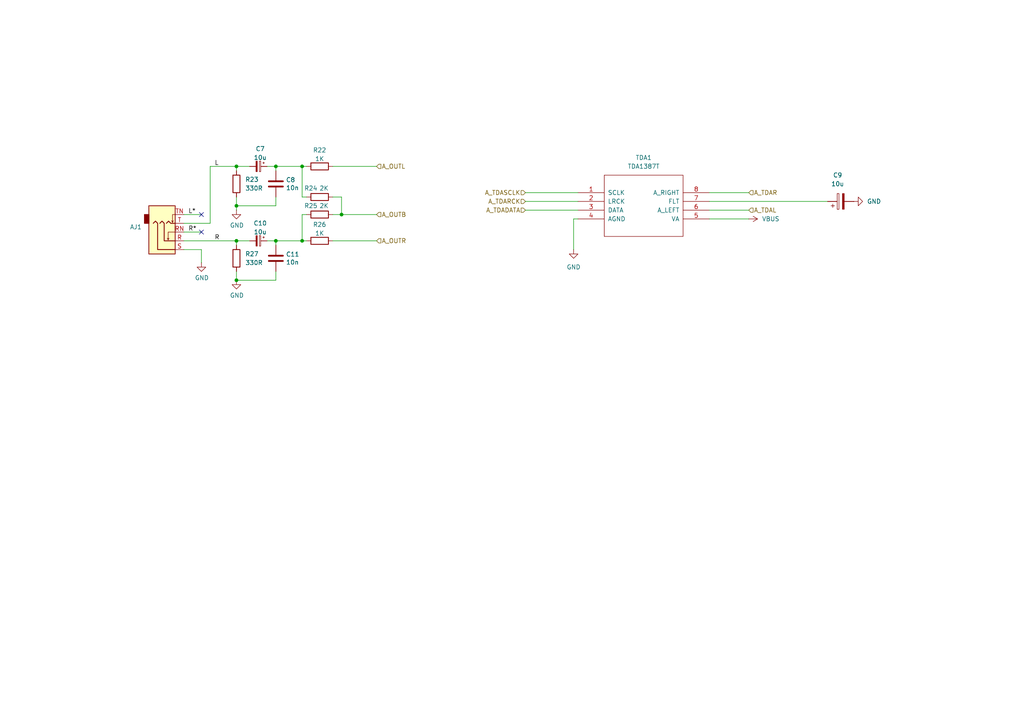
<source format=kicad_sch>
(kicad_sch (version 20231120) (generator "eeschema") (generator_version "8.0")
  (paper "A4")
  (title_block (title "FRANK M2") (date "2025-02-19") (rev "2.1") (company "Mikhail Matveev") (comment 1 "https://github.com/xtremespb/frank"))
  (lib_symbols
    (symbol "Device:C" (pin_numbers hide) (pin_names (offset 0.254))
      (property "Reference" "C" (at 0.635 2.54 0))
      (property "Value" "C" (at 0.635 -2.54 0))
      (symbol "C_0_1"
        (polyline (pts (xy -2.032 -0.762) (xy 2.032 -0.762)) (stroke (width 0.508)))
        (polyline (pts (xy -2.032 0.762) (xy 2.032 0.762)) (stroke (width 0.508)))
      )
      (symbol "C_1_1"
        (pin passive line (at 0 3.81 270) (length 2.794) (name "~") (number "1"))
        (pin passive line (at 0 -3.81 90) (length 2.794) (name "~") (number "2"))
      )
    )
    (symbol "Device:C_Polarized" (pin_numbers hide) (pin_names (offset 0.254))
      (property "Reference" "C" (at 0.635 2.54 0))
      (property "Value" "C_Polarized" (at 0.635 -2.54 0))
      (symbol "C_Polarized_0_1"
        (rectangle (start -2.286 0.508) (end 2.286 1.016))
        (polyline (pts (xy -1.778 2.286) (xy -0.762 2.286)))
        (polyline (pts (xy -1.27 2.794) (xy -1.27 1.778)))
        (rectangle (start 2.286 -0.508) (end -2.286 -1.016) (fill (type outline)))
      )
      (symbol "C_Polarized_1_1"
        (pin passive line (at 0 3.81 270) (length 2.794) (name "~") (number "1"))
        (pin passive line (at 0 -3.81 90) (length 2.794) (name "~") (number "2"))
      )
    )
    (symbol "Device:C_Polarized_Small" (pin_numbers hide) (pin_names (offset 0.254) hide)
      (property "Reference" "C" (at 0.254 1.778 0))
      (property "Value" "C_Polarized_Small" (at 0.254 -2.032 0))
      (symbol "C_Polarized_Small_0_1"
        (rectangle (start -1.524 -0.3048) (end 1.524 -0.6858) (fill (type outline)))
        (rectangle (start -1.524 0.6858) (end 1.524 0.3048))
        (polyline (pts (xy -1.27 1.524) (xy -0.762 1.524)))
        (polyline (pts (xy -1.016 1.27) (xy -1.016 1.778)))
      )
      (symbol "C_Polarized_Small_1_1"
        (pin passive line (at 0 2.54 270) (length 1.8542) (name "~") (number "1"))
        (pin passive line (at 0 -2.54 90) (length 1.8542) (name "~") (number "2"))
      )
    )
    (symbol "Device:R" (pin_numbers hide) (pin_names (offset 0))
      (property "Reference" "R" (at 2.032 0 90))
      (property "Value" "R" (at 0 0 90))
      (symbol "R_0_1"
        (rectangle (start -1.016 -2.54) (end 1.016 2.54) (stroke (width 0.254)))
      )
      (symbol "R_1_1"
        (pin passive line (at 0 3.81 270) (length 1.27) (name "~") (number "1"))
        (pin passive line (at 0 -3.81 90) (length 1.27) (name "~") (number "2"))
      )
    )
    (symbol "FRANK:AudioJack_3.5mm"
      (property "Reference" "AJ2" (at -7.1119 -4.0097 0))
      (symbol "AudioJack_3.5mm_0_1"
        (rectangle (start -5.08 -5.08) (end -6.35 -7.62) (stroke (width 0.254)) (fill (type outline)))
        (polyline (pts (xy 0.508 -0.254) (xy 0.762 -0.762)))
        (polyline (pts (xy 1.778 -5.334) (xy 2.032 -5.842)))
        (polyline (pts (xy 0 -5.08) (xy 0.635 -5.715) (xy 1.27 -5.08) (xy 2.54 -5.08)) (stroke (width 0.254)))
        (polyline (pts (xy 2.54 -7.62) (xy 1.778 -7.62) (xy 1.778 -5.334) (xy 1.524 -5.842)))
        (polyline (pts (xy 2.54 -2.54) (xy 0.508 -2.54) (xy 0.508 -0.254) (xy 0.254 -0.762)))
        (polyline (pts (xy -1.905 -5.08) (xy -1.27 -5.715) (xy -0.635 -5.08) (xy -0.635 0) (xy 2.54 0)) (stroke (width 0.254)))
        (polyline (pts (xy 2.54 2.54) (xy -2.54 2.54) (xy -2.54 -5.08) (xy -3.175 -5.715) (xy -3.81 -5.08)) (stroke (width 0.254)))
        (rectangle (start 2.54 3.81) (end -5.08 -10.16) (stroke (width 0.254)) (fill (type background)))
      )
      (symbol "AudioJack_3.5mm_1_1"
        (pin passive line (at 5.08 0 180) (length 2.54) (name "~") (number "R"))
        (pin passive line (at 5.08 -2.54 180) (length 2.54) (name "~") (number "RN"))
        (pin passive line (at 5.08 2.54 180) (length 2.54) (name "~") (number "S"))
        (pin passive line (at 5.08 -5.08 180) (length 2.54) (name "~") (number "T"))
        (pin passive line (at 5.08 -7.62 180) (length 2.54) (name "~") (number "TN"))
      )
    )
    (symbol "FRANK:TDA1387T" (pin_names (offset 1.016))
      (property "Reference" "TDA1" (at 0 13.97 0))
      (property "Value" "TDA1387T" (at 0 11.43 0))
      (symbol "TDA1387T_1_0"
        (rectangle (start -11.43 -8.89) (end 11.43 8.89))
      )
      (symbol "TDA1387T_1_1"
        (pin input line (at -19.05 3.81 0) (length 7.62) (name "SCLK") (number "1"))
        (pin input line (at -19.05 1.27 0) (length 7.62) (name "LRCK") (number "2"))
        (pin input line (at -19.05 -1.27 0) (length 7.62) (name "DATA") (number "3"))
        (pin input line (at -19.05 -3.81 0) (length 7.62) (name "AGND") (number "4"))
        (pin input line (at 19.05 -3.81 180) (length 7.62) (name "VA") (number "5"))
        (pin input line (at 19.05 -1.27 180) (length 7.62) (name "A_LEFT") (number "6"))
        (pin input line (at 19.05 1.27 180) (length 7.62) (name "FLT") (number "7"))
        (pin input line (at 19.05 3.81 180) (length 7.62) (name "A_RIGHT") (number "8"))
      )
    )
    (symbol "GND_1" (power) (pin_numbers hide) (pin_names (offset 0) hide)
      (property "Value" "GND" (at 0 -3.81 0))
      (symbol "GND_1_0_1"
        (polyline (pts (xy 0 0) (xy 0 -1.27) (xy 1.27 -1.27) (xy 0 -2.54) (xy -1.27 -1.27) (xy 0 -1.27)))
      )
      (symbol "GND_1_1_1"
        (pin power_in line (at 0 0 270) (length 0) (name "~") (number "1"))
      )
    )
    (symbol "GND_2" (power) (pin_numbers hide) (pin_names (offset 0) hide)
      (property "Value" "GND" (at 0 -3.81 0))
      (symbol "GND_2_0_1"
        (polyline (pts (xy 0 0) (xy 0 -1.27) (xy 1.27 -1.27) (xy 0 -2.54) (xy -1.27 -1.27) (xy 0 -1.27)))
      )
      (symbol "GND_2_1_1"
        (pin power_in line (at 0 0 270) (length 0) (name "~") (number "1"))
      )
    )
    (symbol "GND_3" (power) (pin_numbers hide) (pin_names (offset 0) hide)
      (property "Value" "GND" (at 0 -3.81 0))
      (symbol "GND_3_0_1"
        (polyline (pts (xy 0 0) (xy 0 -1.27) (xy 1.27 -1.27) (xy 0 -2.54) (xy -1.27 -1.27) (xy 0 -1.27)))
      )
      (symbol "GND_3_1_1"
        (pin power_in line (at 0 0 270) (length 0) (name "~") (number "1"))
      )
    )
    (symbol "GND_6" (power) (pin_numbers hide) (pin_names (offset 0) hide)
      (property "Value" "GND" (at 0 -3.81 0))
      (symbol "GND_6_0_1"
        (polyline (pts (xy 0 0) (xy 0 -1.27) (xy 1.27 -1.27) (xy 0 -2.54) (xy -1.27 -1.27) (xy 0 -1.27)))
      )
      (symbol "GND_6_1_1"
        (pin power_in line (at 0 0 270) (length 0) (name "~") (number "1"))
      )
    )
    (symbol "power:GND" (power) (pin_numbers hide) (pin_names (offset 0) hide)
      (property "Value" "GND" (at 0 -3.81 0))
      (symbol "GND_0_1"
        (polyline (pts (xy 0 0) (xy 0 -1.27) (xy 1.27 -1.27) (xy 0 -2.54) (xy -1.27 -1.27) (xy 0 -1.27)))
      )
      (symbol "GND_1_1"
        (pin power_in line (at 0 0 270) (length 0) (name "~") (number "1"))
      )
    )
    (symbol "power:VBUS" (power) (pin_numbers hide) (pin_names (offset 0) hide)
      (property "Value" "VBUS" (at 0 3.556 0))
      (symbol "VBUS_0_1"
        (polyline (pts (xy -0.762 1.27) (xy 0 2.54)))
        (polyline (pts (xy 0 0) (xy 0 2.54)))
        (polyline (pts (xy 0 2.54) (xy 0.762 1.27)))
      )
      (symbol "VBUS_1_1"
        (pin power_in line (at 0 0 90) (length 0) (name "~") (number "1"))
      )
    )
  )
  (junction (at 68.58 48.26))
  (junction (at 87.63 69.85))
  (junction (at 68.58 59.69))
  (junction (at 99.06 62.23))
  (junction (at 68.58 81.28))
  (junction (at 80.01 69.85))
  (junction (at 68.58 69.85))
  (junction (at 87.63 48.26))
  (junction (at 80.01 48.26))
  (no_connect (at 58.42 62.23))
  (no_connect (at 58.42 67.31))
  (wire (pts (xy 80.01 69.85) (xy 87.63 69.85)))
  (wire (pts (xy 80.01 69.85) (xy 77.47 69.85)))
  (wire (pts (xy 80.01 48.26) (xy 87.63 48.26)))
  (wire (pts (xy 60.96 48.26) (xy 68.58 48.26)))
  (wire (pts (xy 152.4 55.88) (xy 167.64 55.88)))
  (wire (pts (xy 88.9 62.23) (xy 87.63 62.23)))
  (wire (pts (xy 80.01 81.28) (xy 68.58 81.28)))
  (wire (pts (xy 53.34 72.39) (xy 58.42 72.39)))
  (wire (pts (xy 68.58 57.15) (xy 68.58 59.69)))
  (wire (pts (xy 87.63 69.85) (xy 88.9 69.85)))
  (wire (pts (xy 80.01 59.69) (xy 68.58 59.69)))
  (wire (pts (xy 80.01 48.26) (xy 77.47 48.26)))
  (wire (pts (xy 53.34 64.77) (xy 60.96 64.77)))
  (wire (pts (xy 205.74 60.96) (xy 217.17 60.96)))
  (wire (pts (xy 53.34 69.85) (xy 68.58 69.85)))
  (wire (pts (xy 152.4 60.96) (xy 167.64 60.96)))
  (wire (pts (xy 87.63 48.26) (xy 88.9 48.26)))
  (wire (pts (xy 72.39 69.85) (xy 68.58 69.85)))
  (wire (pts (xy 99.06 62.23) (xy 96.52 62.23)))
  (wire (pts (xy 80.01 49.53) (xy 80.01 48.26)))
  (wire (pts (xy 80.01 57.15) (xy 80.01 59.69)))
  (wire (pts (xy 88.9 57.15) (xy 87.63 57.15)))
  (wire (pts (xy 205.74 63.5) (xy 217.17 63.5)))
  (wire (pts (xy 68.58 48.26) (xy 68.58 49.53)))
  (wire (pts (xy 68.58 59.69) (xy 68.58 60.96)))
  (wire (pts (xy 205.74 55.88) (xy 217.17 55.88)))
  (wire (pts (xy 96.52 48.26) (xy 109.22 48.26)))
  (wire (pts (xy 68.58 69.85) (xy 68.58 71.12)))
  (wire (pts (xy 96.52 57.15) (xy 99.06 57.15)))
  (wire (pts (xy 96.52 69.85) (xy 109.22 69.85)))
  (wire (pts (xy 205.74 58.42) (xy 240.03 58.42)))
  (wire (pts (xy 60.96 48.26) (xy 60.96 64.77)))
  (wire (pts (xy 68.58 78.74) (xy 68.58 81.28)))
  (wire (pts (xy 99.06 62.23) (xy 109.22 62.23)))
  (wire (pts (xy 99.06 57.15) (xy 99.06 62.23)))
  (wire (pts (xy 80.01 78.74) (xy 80.01 81.28)))
  (wire (pts (xy 58.42 72.39) (xy 58.42 76.2)))
  (wire (pts (xy 72.39 48.26) (xy 68.58 48.26)))
  (wire (pts (xy 53.34 67.31) (xy 58.42 67.31)))
  (wire (pts (xy 80.01 71.12) (xy 80.01 69.85)))
  (wire (pts (xy 167.64 63.5) (xy 166.37 63.5)))
  (wire (pts (xy 53.34 62.23) (xy 58.42 62.23)))
  (wire (pts (xy 152.4 58.42) (xy 167.64 58.42)))
  (wire (pts (xy 87.63 62.23) (xy 87.63 69.85)))
  (wire (pts (xy 166.37 63.5) (xy 166.37 72.39)))
  (wire (pts (xy 87.63 48.26) (xy 87.63 57.15)))
  (label "L" (at 62.23 48.26 0))
  (label "R" (at 62.23 69.85 0))
  (label "L*" (at 54.61 62.23 0))
  (label "R*" (at 54.61 67.31 0))
  (hierarchical_label "A_OUTL" (shape input) (at 109.22 48.26 0))
  (hierarchical_label "A_OUTB" (shape input) (at 109.22 62.23 0))
  (hierarchical_label "A_TDAL" (shape input) (at 217.17 60.96 0))
  (hierarchical_label "A_TDASCLK" (shape input) (at 152.4 55.88 180))
  (hierarchical_label "A_TDAR" (shape input) (at 217.17 55.88 0))
  (hierarchical_label "A_TDARCK" (shape input) (at 152.4 58.42 180))
  (hierarchical_label "A_OUTR" (shape input) (at 109.22 69.85 0))
  (hierarchical_label "A_TDADATA" (shape input) (at 152.4 60.96 180))
  (symbol (lib_id "power:GND") (at 166.37 72.39 0) (unit 1)
    (property "Reference" "#PWR047" (effects (hide yes)))
    (property "Value" "GND" (at 166.37 77.47 0))
    (property "Description" "Power symbol creates a global label with name \"GND\" , ground" (effects (hide yes)))
  )
  (symbol (lib_id "Device:R") (at 92.71 57.15 90) (unit 1)
    (property "Reference" "R24" (at 90.17 54.61 90))
    (property "Value" "2K" (at 93.98 54.61 90))
    (property "Footprint" "FRANK:Resistor (0805)" (effects (hide yes)))
    (property "Datasheet" "https://www.vishay.com/docs/28952/mcs0402at-mct0603at-mcu0805at-mca1206at.pdf" (effects (hide yes)))
    (property "AliExpress" "https://www.aliexpress.com/item/1005005945735199.html" (effects (hide yes)))
  )
  (symbol (lib_id "Device:C_Polarized_Small") (at 74.93 69.85 270) (unit 1)
    (property "Reference" "C10" (at 75.4761 64.7532 90))
    (property "Value" "10u" (at 75.4761 67.2901 90))
    (property "Footprint" "FRANK:Capacitor (3528, tantalum, polar)" (effects (hide yes)))
    (property "Datasheet" "https://eu.mouser.com/datasheet/2/447/KEM_T2005_T491-3316937.pdf" (effects (hide yes)))
    (property "AliExpress" "https://www.aliexpress.com/item/1005006870280809.html" (effects (hide yes)))
  )
  (symbol (lib_id "Device:C_Polarized") (at 243.84 58.42 90) (unit 1)
    (property "Reference" "C9" (at 242.951 50.8 90))
    (property "Value" "10u" (at 242.951 53.34 90))
    (property "Footprint" "FRANK:Capacitor (3528, tantalum, polar)" (effects (hide yes)))
    (property "Datasheet" "https://eu.mouser.com/datasheet/2/447/KEM_T2005_T491-3316937.pdf" (effects (hide yes)))
    (property "Description" "Polarized capacitor" (effects (hide yes)))
    (property "AliExpress" "https://www.aliexpress.com/item/1005006870280809.html" (effects (hide yes)))
  )
  (symbol (lib_id "Device:R") (at 92.71 69.85 90) (unit 1)
    (property "Reference" "R26" (at 92.71 65.1342 90))
    (property "Value" "1K" (at 92.71 67.6711 90))
    (property "Footprint" "FRANK:Resistor (0805)" (effects (hide yes)))
    (property "Datasheet" "https://www.vishay.com/docs/28952/mcs0402at-mct0603at-mcu0805at-mca1206at.pdf" (effects (hide yes)))
    (property "AliExpress" "https://www.aliexpress.com/item/1005005945735199.html" (effects (hide yes)))
  )
  (symbol (lib_id "Device:R") (at 68.58 74.93 0) (unit 1)
    (property "Reference" "R27" (at 71.12 73.6599 0) (effects (justify left)))
    (property "Value" "330R" (at 71.12 76.1999 0) (effects (justify left)))
    (property "Footprint" "FRANK:Resistor (0805)" (effects (hide yes)))
    (property "Datasheet" "https://www.vishay.com/docs/28952/mcs0402at-mct0603at-mcu0805at-mca1206at.pdf" (effects (hide yes)))
    (property "AliExpress" "https://www.aliexpress.com/item/1005005945735199.html" (effects (hide yes)))
  )
  (symbol (lib_id "Device:R") (at 92.71 62.23 90) (unit 1)
    (property "Reference" "R25" (at 90.17 59.69 90))
    (property "Value" "2K" (at 93.98 59.69 90))
    (property "Footprint" "FRANK:Resistor (0805)" (effects (hide yes)))
    (property "Datasheet" "https://www.vishay.com/docs/28952/mcs0402at-mct0603at-mcu0805at-mca1206at.pdf" (effects (hide yes)))
    (property "AliExpress" "https://www.aliexpress.com/item/1005005945735199.html" (effects (hide yes)))
  )
  (symbol (lib_name "GND_3") (lib_id "power:GND") (at 68.58 60.96 0) (unit 1)
    (property "Reference" "#PWR045" (effects (hide yes)))
    (property "Value" "GND" (at 68.707 65.3542 0))
    (property "Description" "Power symbol creates a global label with name \"GND\" , ground" (effects (hide yes)))
  )
  (symbol (lib_id "Device:R") (at 92.71 48.26 90) (unit 1)
    (property "Reference" "R22" (at 92.71 43.5442 90))
    (property "Value" "1K" (at 92.71 46.0811 90))
    (property "Footprint" "FRANK:Resistor (0805)" (effects (hide yes)))
    (property "Datasheet" "https://www.vishay.com/docs/28952/mcs0402at-mct0603at-mcu0805at-mca1206at.pdf" (effects (hide yes)))
    (property "AliExpress" "https://www.aliexpress.com/item/1005005945735199.html" (effects (hide yes)))
  )
  (symbol (lib_id "FRANK:TDA1387T") (at 186.69 59.69 0) (unit 1)
    (property "Reference" "TDA1" (at 186.69 45.72 0))
    (property "Value" "TDA1387T" (at 186.69 48.26 0))
    (property "Footprint" "FRANK:SOIC-8" (effects (hide yes)))
    (property "Datasheet" "https://github.com/xtremespb/frank/raw/refs/heads/minifrank_rev2/DOCS/TDA1387T.pdf" (effects (hide yes)))
    (property "AliExpress" "https://www.aliexpress.com/item/32995595000.html" (effects (hide yes)))
  )
  (symbol (lib_name "GND_6") (lib_id "power:GND") (at 247.65 58.42 90) (unit 1)
    (property "Reference" "#PWR044" (effects (hide yes)))
    (property "Value" "GND" (at 251.46 58.4199 90) (effects (justify right)))
    (property "Description" "Power symbol creates a global label with name \"GND\" , ground" (effects (hide yes)))
  )
  (symbol (lib_id "FRANK:AudioJack_3.5mm") (at 48.26 69.85 0) (mirror x) (unit 1)
    (property "Reference" "AJ1" (at 41.1481 65.8403 0) (effects (justify right)))
    (property "Value" "SJ1-353XNG" (effects (hide yes)))
    (property "Footprint" "FRANK:Jack (3.5mm)" (effects (hide yes)))
    (property "Datasheet" "https://eu.mouser.com/datasheet/2/1628/sj1_353xng-3511142.pdf" (effects (hide yes)))
    (property "AliExpress" "https://www.aliexpress.com/item/1005006710837751.html" (effects (hide yes)))
  )
  (symbol (lib_id "power:VBUS") (at 217.17 63.5 270) (unit 1)
    (property "Reference" "#PWR046" (effects (hide yes)))
    (property "Value" "VBUS" (at 220.98 63.4999 90) (effects (justify left)))
    (property "Description" "Power symbol creates a global label with name \"VBUS\"" (effects (hide yes)))
  )
  (symbol (lib_id "Device:C") (at 80.01 74.93 0) (unit 1)
    (property "Reference" "C11" (at 82.931 73.7616 0) (effects (justify left)))
    (property "Value" "10n" (at 82.931 76.073 0) (effects (justify left)))
    (property "Footprint" "FRANK:Capacitor (0805)" (effects (hide yes)))
    (property "Datasheet" "https://eu.mouser.com/datasheet/2/40/KGM_X7R-3223212.pdf" (effects (hide yes)))
    (property "AliExpress" "https://www.aliexpress.com/item/33008008276.html" (effects (hide yes)))
  )
  (symbol (lib_id "Device:C") (at 80.01 53.34 0) (unit 1)
    (property "Reference" "C8" (at 82.931 52.1716 0) (effects (justify left)))
    (property "Value" "10n" (at 82.931 54.483 0) (effects (justify left)))
    (property "Footprint" "FRANK:Capacitor (0805)" (effects (hide yes)))
    (property "Datasheet" "https://eu.mouser.com/datasheet/2/40/KGM_X7R-3223212.pdf" (effects (hide yes)))
    (property "AliExpress" "https://www.aliexpress.com/item/33008008276.html" (effects (hide yes)))
  )
  (symbol (lib_id "Device:C_Polarized_Small") (at 74.93 48.26 270) (unit 1)
    (property "Reference" "C7" (at 75.4761 43.1632 90))
    (property "Value" "10u" (at 75.4761 45.7001 90))
    (property "Footprint" "FRANK:Capacitor (3528, tantalum, polar)" (effects (hide yes)))
    (property "Datasheet" "https://eu.mouser.com/datasheet/2/447/KEM_T2005_T491-3316937.pdf" (effects (hide yes)))
    (property "AliExpress" "https://www.aliexpress.com/item/1005006870280809.html" (effects (hide yes)))
  )
  (symbol (lib_name "GND_2") (lib_id "power:GND") (at 68.58 81.28 0) (unit 1)
    (property "Reference" "#PWR049" (effects (hide yes)))
    (property "Value" "GND" (at 68.707 85.6742 0))
    (property "Description" "Power symbol creates a global label with name \"GND\" , ground" (effects (hide yes)))
  )
  (symbol (lib_id "Device:R") (at 68.58 53.34 0) (unit 1)
    (property "Reference" "R23" (at 71.12 52.0699 0) (effects (justify left)))
    (property "Value" "330R" (at 71.12 54.6099 0) (effects (justify left)))
    (property "Footprint" "FRANK:Resistor (0805)" (effects (hide yes)))
    (property "Datasheet" "https://www.vishay.com/docs/28952/mcs0402at-mct0603at-mcu0805at-mca1206at.pdf" (effects (hide yes)))
    (property "AliExpress" "https://www.aliexpress.com/item/1005005945735199.html" (effects (hide yes)))
  )
  (symbol (lib_name "GND_1") (lib_id "power:GND") (at 58.42 76.2 0) (unit 1)
    (property "Reference" "#PWR048" (effects (hide yes)))
    (property "Value" "GND" (at 58.547 80.5942 0))
    (property "Description" "Power symbol creates a global label with name \"GND\" , ground" (effects (hide yes)))
  )
)
</source>
